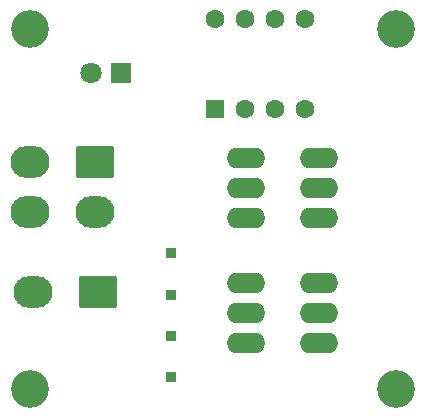
<source format=gbr>
%TF.GenerationSoftware,KiCad,Pcbnew,9.0.7*%
%TF.CreationDate,2026-02-13T10:39:18-08:00*%
%TF.ProjectId,TSSI2026.3,54535349-3230-4323-962e-332e6b696361,rev?*%
%TF.SameCoordinates,Original*%
%TF.FileFunction,Soldermask,Bot*%
%TF.FilePolarity,Negative*%
%FSLAX46Y46*%
G04 Gerber Fmt 4.6, Leading zero omitted, Abs format (unit mm)*
G04 Created by KiCad (PCBNEW 9.0.7) date 2026-02-13 10:39:18*
%MOMM*%
%LPD*%
G01*
G04 APERTURE LIST*
G04 Aperture macros list*
%AMRoundRect*
0 Rectangle with rounded corners*
0 $1 Rounding radius*
0 $2 $3 $4 $5 $6 $7 $8 $9 X,Y pos of 4 corners*
0 Add a 4 corners polygon primitive as box body*
4,1,4,$2,$3,$4,$5,$6,$7,$8,$9,$2,$3,0*
0 Add four circle primitives for the rounded corners*
1,1,$1+$1,$2,$3*
1,1,$1+$1,$4,$5*
1,1,$1+$1,$6,$7*
1,1,$1+$1,$8,$9*
0 Add four rect primitives between the rounded corners*
20,1,$1+$1,$2,$3,$4,$5,0*
20,1,$1+$1,$4,$5,$6,$7,0*
20,1,$1+$1,$6,$7,$8,$9,0*
20,1,$1+$1,$8,$9,$2,$3,0*%
G04 Aperture macros list end*
%ADD10O,3.252000X1.728000*%
%ADD11R,0.850000X0.850000*%
%ADD12RoundRect,0.250001X-1.399999X1.099999X-1.399999X-1.099999X1.399999X-1.099999X1.399999X1.099999X0*%
%ADD13O,3.300000X2.700000*%
%ADD14C,3.200000*%
%ADD15R,1.800000X1.800000*%
%ADD16C,1.800000*%
%ADD17RoundRect,0.250000X0.550000X-0.550000X0.550000X0.550000X-0.550000X0.550000X-0.550000X-0.550000X0*%
%ADD18C,1.600000*%
G04 APERTURE END LIST*
D10*
%TO.C,Q1*%
X68500000Y-71460000D03*
X68500000Y-68920000D03*
X68500000Y-74000000D03*
%TD*%
D11*
%TO.C,BMS1*%
X56000000Y-84000000D03*
%TD*%
D12*
%TO.C,J1*%
X49500000Y-69300000D03*
D13*
X49500000Y-73500000D03*
X44000000Y-69300000D03*
X44000000Y-73500000D03*
%TD*%
D10*
%TO.C,U3*%
X68500000Y-82040000D03*
X68500000Y-84580000D03*
X68500000Y-79500000D03*
%TD*%
D14*
%TO.C,H4*%
X44000000Y-58000000D03*
%TD*%
%TO.C,H2*%
X75000000Y-88500000D03*
%TD*%
D11*
%TO.C,GND1*%
X56000000Y-77000000D03*
%TD*%
%TO.C,GLV1*%
X56000000Y-80500000D03*
%TD*%
D15*
%TO.C,DebugLatch*%
X51750000Y-61750000D03*
D16*
X49210000Y-61750000D03*
%TD*%
D11*
%TO.C,T555*%
X56000000Y-87500000D03*
%TD*%
D10*
%TO.C,Q2*%
X62293000Y-71460000D03*
X62293000Y-68920000D03*
X62293000Y-74000000D03*
%TD*%
%TO.C,Q3*%
X62293000Y-82040000D03*
X62293000Y-84580000D03*
X62293000Y-79500000D03*
%TD*%
D12*
%TO.C,J2*%
X49750000Y-80250000D03*
D13*
X44250000Y-80250000D03*
%TD*%
D14*
%TO.C,H1*%
X75000000Y-58000000D03*
%TD*%
D17*
%TO.C,U1*%
X59690000Y-64805000D03*
D18*
X62230000Y-64805000D03*
X64770000Y-64805000D03*
X67310000Y-64805000D03*
X67310000Y-57185000D03*
X64770000Y-57185000D03*
X62230000Y-57185000D03*
X59690000Y-57185000D03*
%TD*%
D14*
%TO.C,H3*%
X44000000Y-88500000D03*
%TD*%
M02*

</source>
